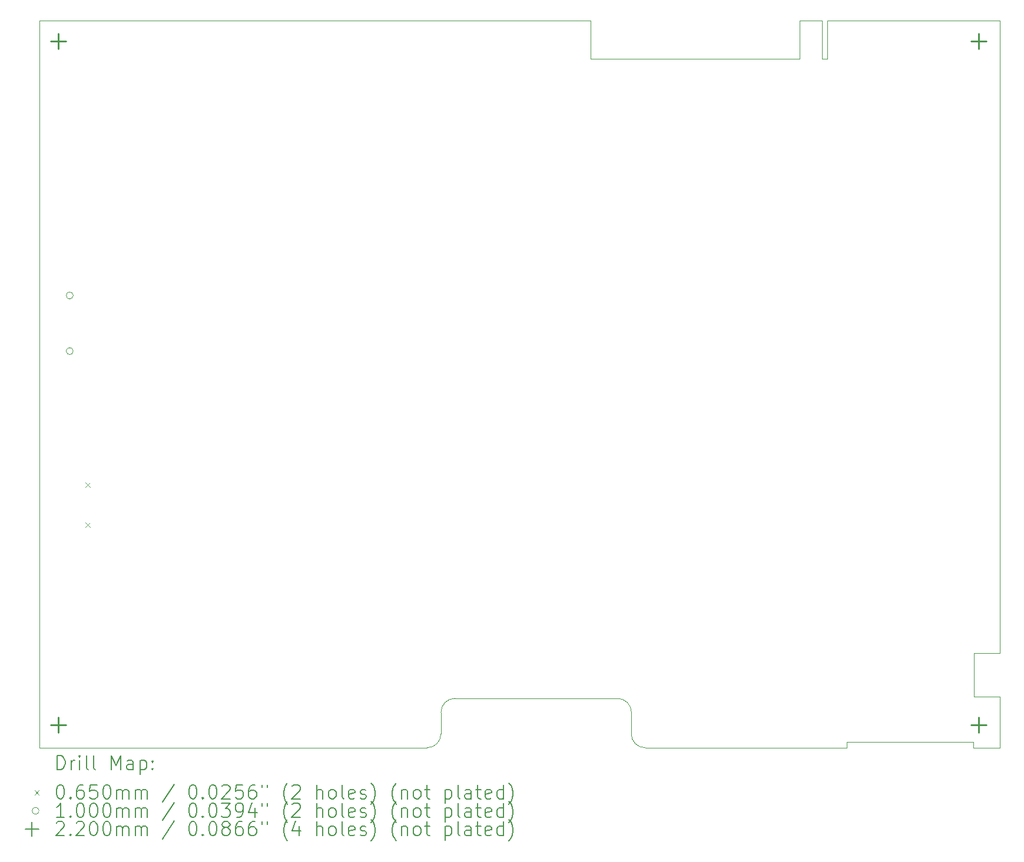
<source format=gbr>
%TF.GenerationSoftware,KiCad,Pcbnew,7.0.9-7.0.9~ubuntu22.04.1*%
%TF.CreationDate,2024-04-13T14:39:48+02:00*%
%TF.ProjectId,v7-kaleido,76372d6b-616c-4656-9964-6f2e6b696361,1.1*%
%TF.SameCoordinates,Original*%
%TF.FileFunction,Drillmap*%
%TF.FilePolarity,Positive*%
%FSLAX45Y45*%
G04 Gerber Fmt 4.5, Leading zero omitted, Abs format (unit mm)*
G04 Created by KiCad (PCBNEW 7.0.9-7.0.9~ubuntu22.04.1) date 2024-04-13 14:39:48*
%MOMM*%
%LPD*%
G01*
G04 APERTURE LIST*
%ADD10C,0.050000*%
%ADD11C,0.200000*%
%ADD12C,0.100000*%
%ADD13C,0.220000*%
G04 APERTURE END LIST*
D10*
X5987950Y-14860600D02*
X5987950Y-4400000D01*
X5987950Y-14860000D02*
X11565000Y-14860000D01*
X19800000Y-4400000D02*
X19800000Y-13500000D01*
X5987950Y-4400000D02*
X13920000Y-4400000D01*
X11965000Y-14150000D02*
G75*
G03*
X11765000Y-14350000I0J-200000D01*
G01*
X17318000Y-4945000D02*
X17240000Y-4945000D01*
X19800000Y-14122000D02*
X19800000Y-14860000D01*
X17240000Y-4945000D02*
X17240000Y-4400000D01*
X19430000Y-13500000D02*
X19430000Y-14123000D01*
X11765000Y-14660289D02*
X11765000Y-14350000D01*
X11565000Y-14860290D02*
G75*
G03*
X11765000Y-14660289I0J200000D01*
G01*
X14501620Y-14660000D02*
G75*
G03*
X14701621Y-14860000I200000J0D01*
G01*
X17318000Y-4400000D02*
X19800000Y-4400000D01*
X13920000Y-4400000D02*
X13920000Y-4945000D01*
X14501621Y-14660289D02*
X14503579Y-14350422D01*
X14701621Y-14860000D02*
X17600000Y-14860000D01*
X14503578Y-14350422D02*
G75*
G03*
X14303579Y-14150422I-199998J2D01*
G01*
X19420000Y-14776000D02*
X17600000Y-14776000D01*
X19430000Y-14123000D02*
X19800000Y-14122000D01*
X19420000Y-14860000D02*
X19800000Y-14860000D01*
X14303579Y-14150000D02*
X11965000Y-14150000D01*
X17318000Y-4945000D02*
X17318000Y-4400000D01*
X16920000Y-4945000D02*
X16920000Y-4400000D01*
X19420000Y-14860000D02*
X19420000Y-14776000D01*
X17600000Y-14776000D02*
X17600000Y-14860000D01*
X19800000Y-13500000D02*
X19430000Y-13500000D01*
X17240000Y-4400000D02*
X16920000Y-4400000D01*
X13920000Y-4945000D02*
X16920000Y-4945000D01*
D11*
D12*
X6651150Y-11042869D02*
X6716150Y-11107869D01*
X6716150Y-11042869D02*
X6651150Y-11107869D01*
X6651150Y-11620869D02*
X6716150Y-11685869D01*
X6716150Y-11620869D02*
X6651150Y-11685869D01*
X6477000Y-8352000D02*
G75*
G03*
X6477000Y-8352000I-50000J0D01*
G01*
X6477000Y-9152000D02*
G75*
G03*
X6477000Y-9152000I-50000J0D01*
G01*
D13*
X6259650Y-14424369D02*
X6259650Y-14644369D01*
X6149650Y-14534369D02*
X6369650Y-14534369D01*
X6267000Y-4581000D02*
X6267000Y-4801000D01*
X6157000Y-4691000D02*
X6377000Y-4691000D01*
X19500000Y-4581000D02*
X19500000Y-4801000D01*
X19390000Y-4691000D02*
X19610000Y-4691000D01*
X19500000Y-14424369D02*
X19500000Y-14644369D01*
X19390000Y-14534369D02*
X19610000Y-14534369D01*
D11*
X6246227Y-15174584D02*
X6246227Y-14974584D01*
X6246227Y-14974584D02*
X6293846Y-14974584D01*
X6293846Y-14974584D02*
X6322417Y-14984108D01*
X6322417Y-14984108D02*
X6341465Y-15003155D01*
X6341465Y-15003155D02*
X6350989Y-15022203D01*
X6350989Y-15022203D02*
X6360512Y-15060298D01*
X6360512Y-15060298D02*
X6360512Y-15088869D01*
X6360512Y-15088869D02*
X6350989Y-15126965D01*
X6350989Y-15126965D02*
X6341465Y-15146012D01*
X6341465Y-15146012D02*
X6322417Y-15165060D01*
X6322417Y-15165060D02*
X6293846Y-15174584D01*
X6293846Y-15174584D02*
X6246227Y-15174584D01*
X6446227Y-15174584D02*
X6446227Y-15041250D01*
X6446227Y-15079346D02*
X6455751Y-15060298D01*
X6455751Y-15060298D02*
X6465274Y-15050774D01*
X6465274Y-15050774D02*
X6484322Y-15041250D01*
X6484322Y-15041250D02*
X6503370Y-15041250D01*
X6570036Y-15174584D02*
X6570036Y-15041250D01*
X6570036Y-14974584D02*
X6560512Y-14984108D01*
X6560512Y-14984108D02*
X6570036Y-14993631D01*
X6570036Y-14993631D02*
X6579560Y-14984108D01*
X6579560Y-14984108D02*
X6570036Y-14974584D01*
X6570036Y-14974584D02*
X6570036Y-14993631D01*
X6693846Y-15174584D02*
X6674798Y-15165060D01*
X6674798Y-15165060D02*
X6665274Y-15146012D01*
X6665274Y-15146012D02*
X6665274Y-14974584D01*
X6798608Y-15174584D02*
X6779560Y-15165060D01*
X6779560Y-15165060D02*
X6770036Y-15146012D01*
X6770036Y-15146012D02*
X6770036Y-14974584D01*
X7027179Y-15174584D02*
X7027179Y-14974584D01*
X7027179Y-14974584D02*
X7093846Y-15117441D01*
X7093846Y-15117441D02*
X7160512Y-14974584D01*
X7160512Y-14974584D02*
X7160512Y-15174584D01*
X7341465Y-15174584D02*
X7341465Y-15069822D01*
X7341465Y-15069822D02*
X7331941Y-15050774D01*
X7331941Y-15050774D02*
X7312893Y-15041250D01*
X7312893Y-15041250D02*
X7274798Y-15041250D01*
X7274798Y-15041250D02*
X7255751Y-15050774D01*
X7341465Y-15165060D02*
X7322417Y-15174584D01*
X7322417Y-15174584D02*
X7274798Y-15174584D01*
X7274798Y-15174584D02*
X7255751Y-15165060D01*
X7255751Y-15165060D02*
X7246227Y-15146012D01*
X7246227Y-15146012D02*
X7246227Y-15126965D01*
X7246227Y-15126965D02*
X7255751Y-15107917D01*
X7255751Y-15107917D02*
X7274798Y-15098393D01*
X7274798Y-15098393D02*
X7322417Y-15098393D01*
X7322417Y-15098393D02*
X7341465Y-15088869D01*
X7436703Y-15041250D02*
X7436703Y-15241250D01*
X7436703Y-15050774D02*
X7455751Y-15041250D01*
X7455751Y-15041250D02*
X7493846Y-15041250D01*
X7493846Y-15041250D02*
X7512893Y-15050774D01*
X7512893Y-15050774D02*
X7522417Y-15060298D01*
X7522417Y-15060298D02*
X7531941Y-15079346D01*
X7531941Y-15079346D02*
X7531941Y-15136488D01*
X7531941Y-15136488D02*
X7522417Y-15155536D01*
X7522417Y-15155536D02*
X7512893Y-15165060D01*
X7512893Y-15165060D02*
X7493846Y-15174584D01*
X7493846Y-15174584D02*
X7455751Y-15174584D01*
X7455751Y-15174584D02*
X7436703Y-15165060D01*
X7617655Y-15155536D02*
X7627179Y-15165060D01*
X7627179Y-15165060D02*
X7617655Y-15174584D01*
X7617655Y-15174584D02*
X7608132Y-15165060D01*
X7608132Y-15165060D02*
X7617655Y-15155536D01*
X7617655Y-15155536D02*
X7617655Y-15174584D01*
X7617655Y-15050774D02*
X7627179Y-15060298D01*
X7627179Y-15060298D02*
X7617655Y-15069822D01*
X7617655Y-15069822D02*
X7608132Y-15060298D01*
X7608132Y-15060298D02*
X7617655Y-15050774D01*
X7617655Y-15050774D02*
X7617655Y-15069822D01*
D12*
X5920450Y-15470600D02*
X5985450Y-15535600D01*
X5985450Y-15470600D02*
X5920450Y-15535600D01*
D11*
X6284322Y-15394584D02*
X6303370Y-15394584D01*
X6303370Y-15394584D02*
X6322417Y-15404108D01*
X6322417Y-15404108D02*
X6331941Y-15413631D01*
X6331941Y-15413631D02*
X6341465Y-15432679D01*
X6341465Y-15432679D02*
X6350989Y-15470774D01*
X6350989Y-15470774D02*
X6350989Y-15518393D01*
X6350989Y-15518393D02*
X6341465Y-15556488D01*
X6341465Y-15556488D02*
X6331941Y-15575536D01*
X6331941Y-15575536D02*
X6322417Y-15585060D01*
X6322417Y-15585060D02*
X6303370Y-15594584D01*
X6303370Y-15594584D02*
X6284322Y-15594584D01*
X6284322Y-15594584D02*
X6265274Y-15585060D01*
X6265274Y-15585060D02*
X6255751Y-15575536D01*
X6255751Y-15575536D02*
X6246227Y-15556488D01*
X6246227Y-15556488D02*
X6236703Y-15518393D01*
X6236703Y-15518393D02*
X6236703Y-15470774D01*
X6236703Y-15470774D02*
X6246227Y-15432679D01*
X6246227Y-15432679D02*
X6255751Y-15413631D01*
X6255751Y-15413631D02*
X6265274Y-15404108D01*
X6265274Y-15404108D02*
X6284322Y-15394584D01*
X6436703Y-15575536D02*
X6446227Y-15585060D01*
X6446227Y-15585060D02*
X6436703Y-15594584D01*
X6436703Y-15594584D02*
X6427179Y-15585060D01*
X6427179Y-15585060D02*
X6436703Y-15575536D01*
X6436703Y-15575536D02*
X6436703Y-15594584D01*
X6617655Y-15394584D02*
X6579560Y-15394584D01*
X6579560Y-15394584D02*
X6560512Y-15404108D01*
X6560512Y-15404108D02*
X6550989Y-15413631D01*
X6550989Y-15413631D02*
X6531941Y-15442203D01*
X6531941Y-15442203D02*
X6522417Y-15480298D01*
X6522417Y-15480298D02*
X6522417Y-15556488D01*
X6522417Y-15556488D02*
X6531941Y-15575536D01*
X6531941Y-15575536D02*
X6541465Y-15585060D01*
X6541465Y-15585060D02*
X6560512Y-15594584D01*
X6560512Y-15594584D02*
X6598608Y-15594584D01*
X6598608Y-15594584D02*
X6617655Y-15585060D01*
X6617655Y-15585060D02*
X6627179Y-15575536D01*
X6627179Y-15575536D02*
X6636703Y-15556488D01*
X6636703Y-15556488D02*
X6636703Y-15508869D01*
X6636703Y-15508869D02*
X6627179Y-15489822D01*
X6627179Y-15489822D02*
X6617655Y-15480298D01*
X6617655Y-15480298D02*
X6598608Y-15470774D01*
X6598608Y-15470774D02*
X6560512Y-15470774D01*
X6560512Y-15470774D02*
X6541465Y-15480298D01*
X6541465Y-15480298D02*
X6531941Y-15489822D01*
X6531941Y-15489822D02*
X6522417Y-15508869D01*
X6817655Y-15394584D02*
X6722417Y-15394584D01*
X6722417Y-15394584D02*
X6712893Y-15489822D01*
X6712893Y-15489822D02*
X6722417Y-15480298D01*
X6722417Y-15480298D02*
X6741465Y-15470774D01*
X6741465Y-15470774D02*
X6789084Y-15470774D01*
X6789084Y-15470774D02*
X6808132Y-15480298D01*
X6808132Y-15480298D02*
X6817655Y-15489822D01*
X6817655Y-15489822D02*
X6827179Y-15508869D01*
X6827179Y-15508869D02*
X6827179Y-15556488D01*
X6827179Y-15556488D02*
X6817655Y-15575536D01*
X6817655Y-15575536D02*
X6808132Y-15585060D01*
X6808132Y-15585060D02*
X6789084Y-15594584D01*
X6789084Y-15594584D02*
X6741465Y-15594584D01*
X6741465Y-15594584D02*
X6722417Y-15585060D01*
X6722417Y-15585060D02*
X6712893Y-15575536D01*
X6950989Y-15394584D02*
X6970036Y-15394584D01*
X6970036Y-15394584D02*
X6989084Y-15404108D01*
X6989084Y-15404108D02*
X6998608Y-15413631D01*
X6998608Y-15413631D02*
X7008132Y-15432679D01*
X7008132Y-15432679D02*
X7017655Y-15470774D01*
X7017655Y-15470774D02*
X7017655Y-15518393D01*
X7017655Y-15518393D02*
X7008132Y-15556488D01*
X7008132Y-15556488D02*
X6998608Y-15575536D01*
X6998608Y-15575536D02*
X6989084Y-15585060D01*
X6989084Y-15585060D02*
X6970036Y-15594584D01*
X6970036Y-15594584D02*
X6950989Y-15594584D01*
X6950989Y-15594584D02*
X6931941Y-15585060D01*
X6931941Y-15585060D02*
X6922417Y-15575536D01*
X6922417Y-15575536D02*
X6912893Y-15556488D01*
X6912893Y-15556488D02*
X6903370Y-15518393D01*
X6903370Y-15518393D02*
X6903370Y-15470774D01*
X6903370Y-15470774D02*
X6912893Y-15432679D01*
X6912893Y-15432679D02*
X6922417Y-15413631D01*
X6922417Y-15413631D02*
X6931941Y-15404108D01*
X6931941Y-15404108D02*
X6950989Y-15394584D01*
X7103370Y-15594584D02*
X7103370Y-15461250D01*
X7103370Y-15480298D02*
X7112893Y-15470774D01*
X7112893Y-15470774D02*
X7131941Y-15461250D01*
X7131941Y-15461250D02*
X7160513Y-15461250D01*
X7160513Y-15461250D02*
X7179560Y-15470774D01*
X7179560Y-15470774D02*
X7189084Y-15489822D01*
X7189084Y-15489822D02*
X7189084Y-15594584D01*
X7189084Y-15489822D02*
X7198608Y-15470774D01*
X7198608Y-15470774D02*
X7217655Y-15461250D01*
X7217655Y-15461250D02*
X7246227Y-15461250D01*
X7246227Y-15461250D02*
X7265274Y-15470774D01*
X7265274Y-15470774D02*
X7274798Y-15489822D01*
X7274798Y-15489822D02*
X7274798Y-15594584D01*
X7370036Y-15594584D02*
X7370036Y-15461250D01*
X7370036Y-15480298D02*
X7379560Y-15470774D01*
X7379560Y-15470774D02*
X7398608Y-15461250D01*
X7398608Y-15461250D02*
X7427179Y-15461250D01*
X7427179Y-15461250D02*
X7446227Y-15470774D01*
X7446227Y-15470774D02*
X7455751Y-15489822D01*
X7455751Y-15489822D02*
X7455751Y-15594584D01*
X7455751Y-15489822D02*
X7465274Y-15470774D01*
X7465274Y-15470774D02*
X7484322Y-15461250D01*
X7484322Y-15461250D02*
X7512893Y-15461250D01*
X7512893Y-15461250D02*
X7531941Y-15470774D01*
X7531941Y-15470774D02*
X7541465Y-15489822D01*
X7541465Y-15489822D02*
X7541465Y-15594584D01*
X7931941Y-15385060D02*
X7760513Y-15642203D01*
X8189084Y-15394584D02*
X8208132Y-15394584D01*
X8208132Y-15394584D02*
X8227179Y-15404108D01*
X8227179Y-15404108D02*
X8236703Y-15413631D01*
X8236703Y-15413631D02*
X8246227Y-15432679D01*
X8246227Y-15432679D02*
X8255751Y-15470774D01*
X8255751Y-15470774D02*
X8255751Y-15518393D01*
X8255751Y-15518393D02*
X8246227Y-15556488D01*
X8246227Y-15556488D02*
X8236703Y-15575536D01*
X8236703Y-15575536D02*
X8227179Y-15585060D01*
X8227179Y-15585060D02*
X8208132Y-15594584D01*
X8208132Y-15594584D02*
X8189084Y-15594584D01*
X8189084Y-15594584D02*
X8170036Y-15585060D01*
X8170036Y-15585060D02*
X8160513Y-15575536D01*
X8160513Y-15575536D02*
X8150989Y-15556488D01*
X8150989Y-15556488D02*
X8141465Y-15518393D01*
X8141465Y-15518393D02*
X8141465Y-15470774D01*
X8141465Y-15470774D02*
X8150989Y-15432679D01*
X8150989Y-15432679D02*
X8160513Y-15413631D01*
X8160513Y-15413631D02*
X8170036Y-15404108D01*
X8170036Y-15404108D02*
X8189084Y-15394584D01*
X8341465Y-15575536D02*
X8350989Y-15585060D01*
X8350989Y-15585060D02*
X8341465Y-15594584D01*
X8341465Y-15594584D02*
X8331941Y-15585060D01*
X8331941Y-15585060D02*
X8341465Y-15575536D01*
X8341465Y-15575536D02*
X8341465Y-15594584D01*
X8474798Y-15394584D02*
X8493846Y-15394584D01*
X8493846Y-15394584D02*
X8512894Y-15404108D01*
X8512894Y-15404108D02*
X8522418Y-15413631D01*
X8522418Y-15413631D02*
X8531941Y-15432679D01*
X8531941Y-15432679D02*
X8541465Y-15470774D01*
X8541465Y-15470774D02*
X8541465Y-15518393D01*
X8541465Y-15518393D02*
X8531941Y-15556488D01*
X8531941Y-15556488D02*
X8522418Y-15575536D01*
X8522418Y-15575536D02*
X8512894Y-15585060D01*
X8512894Y-15585060D02*
X8493846Y-15594584D01*
X8493846Y-15594584D02*
X8474798Y-15594584D01*
X8474798Y-15594584D02*
X8455751Y-15585060D01*
X8455751Y-15585060D02*
X8446227Y-15575536D01*
X8446227Y-15575536D02*
X8436703Y-15556488D01*
X8436703Y-15556488D02*
X8427179Y-15518393D01*
X8427179Y-15518393D02*
X8427179Y-15470774D01*
X8427179Y-15470774D02*
X8436703Y-15432679D01*
X8436703Y-15432679D02*
X8446227Y-15413631D01*
X8446227Y-15413631D02*
X8455751Y-15404108D01*
X8455751Y-15404108D02*
X8474798Y-15394584D01*
X8617656Y-15413631D02*
X8627179Y-15404108D01*
X8627179Y-15404108D02*
X8646227Y-15394584D01*
X8646227Y-15394584D02*
X8693846Y-15394584D01*
X8693846Y-15394584D02*
X8712894Y-15404108D01*
X8712894Y-15404108D02*
X8722418Y-15413631D01*
X8722418Y-15413631D02*
X8731941Y-15432679D01*
X8731941Y-15432679D02*
X8731941Y-15451727D01*
X8731941Y-15451727D02*
X8722418Y-15480298D01*
X8722418Y-15480298D02*
X8608132Y-15594584D01*
X8608132Y-15594584D02*
X8731941Y-15594584D01*
X8912894Y-15394584D02*
X8817656Y-15394584D01*
X8817656Y-15394584D02*
X8808132Y-15489822D01*
X8808132Y-15489822D02*
X8817656Y-15480298D01*
X8817656Y-15480298D02*
X8836703Y-15470774D01*
X8836703Y-15470774D02*
X8884322Y-15470774D01*
X8884322Y-15470774D02*
X8903370Y-15480298D01*
X8903370Y-15480298D02*
X8912894Y-15489822D01*
X8912894Y-15489822D02*
X8922418Y-15508869D01*
X8922418Y-15508869D02*
X8922418Y-15556488D01*
X8922418Y-15556488D02*
X8912894Y-15575536D01*
X8912894Y-15575536D02*
X8903370Y-15585060D01*
X8903370Y-15585060D02*
X8884322Y-15594584D01*
X8884322Y-15594584D02*
X8836703Y-15594584D01*
X8836703Y-15594584D02*
X8817656Y-15585060D01*
X8817656Y-15585060D02*
X8808132Y-15575536D01*
X9093846Y-15394584D02*
X9055751Y-15394584D01*
X9055751Y-15394584D02*
X9036703Y-15404108D01*
X9036703Y-15404108D02*
X9027179Y-15413631D01*
X9027179Y-15413631D02*
X9008132Y-15442203D01*
X9008132Y-15442203D02*
X8998608Y-15480298D01*
X8998608Y-15480298D02*
X8998608Y-15556488D01*
X8998608Y-15556488D02*
X9008132Y-15575536D01*
X9008132Y-15575536D02*
X9017656Y-15585060D01*
X9017656Y-15585060D02*
X9036703Y-15594584D01*
X9036703Y-15594584D02*
X9074799Y-15594584D01*
X9074799Y-15594584D02*
X9093846Y-15585060D01*
X9093846Y-15585060D02*
X9103370Y-15575536D01*
X9103370Y-15575536D02*
X9112894Y-15556488D01*
X9112894Y-15556488D02*
X9112894Y-15508869D01*
X9112894Y-15508869D02*
X9103370Y-15489822D01*
X9103370Y-15489822D02*
X9093846Y-15480298D01*
X9093846Y-15480298D02*
X9074799Y-15470774D01*
X9074799Y-15470774D02*
X9036703Y-15470774D01*
X9036703Y-15470774D02*
X9017656Y-15480298D01*
X9017656Y-15480298D02*
X9008132Y-15489822D01*
X9008132Y-15489822D02*
X8998608Y-15508869D01*
X9189084Y-15394584D02*
X9189084Y-15432679D01*
X9265275Y-15394584D02*
X9265275Y-15432679D01*
X9560513Y-15670774D02*
X9550989Y-15661250D01*
X9550989Y-15661250D02*
X9531941Y-15632679D01*
X9531941Y-15632679D02*
X9522418Y-15613631D01*
X9522418Y-15613631D02*
X9512894Y-15585060D01*
X9512894Y-15585060D02*
X9503370Y-15537441D01*
X9503370Y-15537441D02*
X9503370Y-15499346D01*
X9503370Y-15499346D02*
X9512894Y-15451727D01*
X9512894Y-15451727D02*
X9522418Y-15423155D01*
X9522418Y-15423155D02*
X9531941Y-15404108D01*
X9531941Y-15404108D02*
X9550989Y-15375536D01*
X9550989Y-15375536D02*
X9560513Y-15366012D01*
X9627180Y-15413631D02*
X9636703Y-15404108D01*
X9636703Y-15404108D02*
X9655751Y-15394584D01*
X9655751Y-15394584D02*
X9703370Y-15394584D01*
X9703370Y-15394584D02*
X9722418Y-15404108D01*
X9722418Y-15404108D02*
X9731941Y-15413631D01*
X9731941Y-15413631D02*
X9741465Y-15432679D01*
X9741465Y-15432679D02*
X9741465Y-15451727D01*
X9741465Y-15451727D02*
X9731941Y-15480298D01*
X9731941Y-15480298D02*
X9617656Y-15594584D01*
X9617656Y-15594584D02*
X9741465Y-15594584D01*
X9979561Y-15594584D02*
X9979561Y-15394584D01*
X10065275Y-15594584D02*
X10065275Y-15489822D01*
X10065275Y-15489822D02*
X10055751Y-15470774D01*
X10055751Y-15470774D02*
X10036703Y-15461250D01*
X10036703Y-15461250D02*
X10008132Y-15461250D01*
X10008132Y-15461250D02*
X9989084Y-15470774D01*
X9989084Y-15470774D02*
X9979561Y-15480298D01*
X10189084Y-15594584D02*
X10170037Y-15585060D01*
X10170037Y-15585060D02*
X10160513Y-15575536D01*
X10160513Y-15575536D02*
X10150989Y-15556488D01*
X10150989Y-15556488D02*
X10150989Y-15499346D01*
X10150989Y-15499346D02*
X10160513Y-15480298D01*
X10160513Y-15480298D02*
X10170037Y-15470774D01*
X10170037Y-15470774D02*
X10189084Y-15461250D01*
X10189084Y-15461250D02*
X10217656Y-15461250D01*
X10217656Y-15461250D02*
X10236703Y-15470774D01*
X10236703Y-15470774D02*
X10246227Y-15480298D01*
X10246227Y-15480298D02*
X10255751Y-15499346D01*
X10255751Y-15499346D02*
X10255751Y-15556488D01*
X10255751Y-15556488D02*
X10246227Y-15575536D01*
X10246227Y-15575536D02*
X10236703Y-15585060D01*
X10236703Y-15585060D02*
X10217656Y-15594584D01*
X10217656Y-15594584D02*
X10189084Y-15594584D01*
X10370037Y-15594584D02*
X10350989Y-15585060D01*
X10350989Y-15585060D02*
X10341465Y-15566012D01*
X10341465Y-15566012D02*
X10341465Y-15394584D01*
X10522418Y-15585060D02*
X10503370Y-15594584D01*
X10503370Y-15594584D02*
X10465275Y-15594584D01*
X10465275Y-15594584D02*
X10446227Y-15585060D01*
X10446227Y-15585060D02*
X10436703Y-15566012D01*
X10436703Y-15566012D02*
X10436703Y-15489822D01*
X10436703Y-15489822D02*
X10446227Y-15470774D01*
X10446227Y-15470774D02*
X10465275Y-15461250D01*
X10465275Y-15461250D02*
X10503370Y-15461250D01*
X10503370Y-15461250D02*
X10522418Y-15470774D01*
X10522418Y-15470774D02*
X10531942Y-15489822D01*
X10531942Y-15489822D02*
X10531942Y-15508869D01*
X10531942Y-15508869D02*
X10436703Y-15527917D01*
X10608132Y-15585060D02*
X10627180Y-15594584D01*
X10627180Y-15594584D02*
X10665275Y-15594584D01*
X10665275Y-15594584D02*
X10684323Y-15585060D01*
X10684323Y-15585060D02*
X10693846Y-15566012D01*
X10693846Y-15566012D02*
X10693846Y-15556488D01*
X10693846Y-15556488D02*
X10684323Y-15537441D01*
X10684323Y-15537441D02*
X10665275Y-15527917D01*
X10665275Y-15527917D02*
X10636703Y-15527917D01*
X10636703Y-15527917D02*
X10617656Y-15518393D01*
X10617656Y-15518393D02*
X10608132Y-15499346D01*
X10608132Y-15499346D02*
X10608132Y-15489822D01*
X10608132Y-15489822D02*
X10617656Y-15470774D01*
X10617656Y-15470774D02*
X10636703Y-15461250D01*
X10636703Y-15461250D02*
X10665275Y-15461250D01*
X10665275Y-15461250D02*
X10684323Y-15470774D01*
X10760513Y-15670774D02*
X10770037Y-15661250D01*
X10770037Y-15661250D02*
X10789084Y-15632679D01*
X10789084Y-15632679D02*
X10798608Y-15613631D01*
X10798608Y-15613631D02*
X10808132Y-15585060D01*
X10808132Y-15585060D02*
X10817656Y-15537441D01*
X10817656Y-15537441D02*
X10817656Y-15499346D01*
X10817656Y-15499346D02*
X10808132Y-15451727D01*
X10808132Y-15451727D02*
X10798608Y-15423155D01*
X10798608Y-15423155D02*
X10789084Y-15404108D01*
X10789084Y-15404108D02*
X10770037Y-15375536D01*
X10770037Y-15375536D02*
X10760513Y-15366012D01*
X11122418Y-15670774D02*
X11112894Y-15661250D01*
X11112894Y-15661250D02*
X11093846Y-15632679D01*
X11093846Y-15632679D02*
X11084323Y-15613631D01*
X11084323Y-15613631D02*
X11074799Y-15585060D01*
X11074799Y-15585060D02*
X11065275Y-15537441D01*
X11065275Y-15537441D02*
X11065275Y-15499346D01*
X11065275Y-15499346D02*
X11074799Y-15451727D01*
X11074799Y-15451727D02*
X11084323Y-15423155D01*
X11084323Y-15423155D02*
X11093846Y-15404108D01*
X11093846Y-15404108D02*
X11112894Y-15375536D01*
X11112894Y-15375536D02*
X11122418Y-15366012D01*
X11198608Y-15461250D02*
X11198608Y-15594584D01*
X11198608Y-15480298D02*
X11208132Y-15470774D01*
X11208132Y-15470774D02*
X11227180Y-15461250D01*
X11227180Y-15461250D02*
X11255751Y-15461250D01*
X11255751Y-15461250D02*
X11274799Y-15470774D01*
X11274799Y-15470774D02*
X11284322Y-15489822D01*
X11284322Y-15489822D02*
X11284322Y-15594584D01*
X11408132Y-15594584D02*
X11389084Y-15585060D01*
X11389084Y-15585060D02*
X11379561Y-15575536D01*
X11379561Y-15575536D02*
X11370037Y-15556488D01*
X11370037Y-15556488D02*
X11370037Y-15499346D01*
X11370037Y-15499346D02*
X11379561Y-15480298D01*
X11379561Y-15480298D02*
X11389084Y-15470774D01*
X11389084Y-15470774D02*
X11408132Y-15461250D01*
X11408132Y-15461250D02*
X11436703Y-15461250D01*
X11436703Y-15461250D02*
X11455751Y-15470774D01*
X11455751Y-15470774D02*
X11465275Y-15480298D01*
X11465275Y-15480298D02*
X11474799Y-15499346D01*
X11474799Y-15499346D02*
X11474799Y-15556488D01*
X11474799Y-15556488D02*
X11465275Y-15575536D01*
X11465275Y-15575536D02*
X11455751Y-15585060D01*
X11455751Y-15585060D02*
X11436703Y-15594584D01*
X11436703Y-15594584D02*
X11408132Y-15594584D01*
X11531942Y-15461250D02*
X11608132Y-15461250D01*
X11560513Y-15394584D02*
X11560513Y-15566012D01*
X11560513Y-15566012D02*
X11570037Y-15585060D01*
X11570037Y-15585060D02*
X11589084Y-15594584D01*
X11589084Y-15594584D02*
X11608132Y-15594584D01*
X11827180Y-15461250D02*
X11827180Y-15661250D01*
X11827180Y-15470774D02*
X11846227Y-15461250D01*
X11846227Y-15461250D02*
X11884323Y-15461250D01*
X11884323Y-15461250D02*
X11903370Y-15470774D01*
X11903370Y-15470774D02*
X11912894Y-15480298D01*
X11912894Y-15480298D02*
X11922418Y-15499346D01*
X11922418Y-15499346D02*
X11922418Y-15556488D01*
X11922418Y-15556488D02*
X11912894Y-15575536D01*
X11912894Y-15575536D02*
X11903370Y-15585060D01*
X11903370Y-15585060D02*
X11884323Y-15594584D01*
X11884323Y-15594584D02*
X11846227Y-15594584D01*
X11846227Y-15594584D02*
X11827180Y-15585060D01*
X12036703Y-15594584D02*
X12017656Y-15585060D01*
X12017656Y-15585060D02*
X12008132Y-15566012D01*
X12008132Y-15566012D02*
X12008132Y-15394584D01*
X12198608Y-15594584D02*
X12198608Y-15489822D01*
X12198608Y-15489822D02*
X12189084Y-15470774D01*
X12189084Y-15470774D02*
X12170037Y-15461250D01*
X12170037Y-15461250D02*
X12131942Y-15461250D01*
X12131942Y-15461250D02*
X12112894Y-15470774D01*
X12198608Y-15585060D02*
X12179561Y-15594584D01*
X12179561Y-15594584D02*
X12131942Y-15594584D01*
X12131942Y-15594584D02*
X12112894Y-15585060D01*
X12112894Y-15585060D02*
X12103370Y-15566012D01*
X12103370Y-15566012D02*
X12103370Y-15546965D01*
X12103370Y-15546965D02*
X12112894Y-15527917D01*
X12112894Y-15527917D02*
X12131942Y-15518393D01*
X12131942Y-15518393D02*
X12179561Y-15518393D01*
X12179561Y-15518393D02*
X12198608Y-15508869D01*
X12265275Y-15461250D02*
X12341465Y-15461250D01*
X12293846Y-15394584D02*
X12293846Y-15566012D01*
X12293846Y-15566012D02*
X12303370Y-15585060D01*
X12303370Y-15585060D02*
X12322418Y-15594584D01*
X12322418Y-15594584D02*
X12341465Y-15594584D01*
X12484323Y-15585060D02*
X12465275Y-15594584D01*
X12465275Y-15594584D02*
X12427180Y-15594584D01*
X12427180Y-15594584D02*
X12408132Y-15585060D01*
X12408132Y-15585060D02*
X12398608Y-15566012D01*
X12398608Y-15566012D02*
X12398608Y-15489822D01*
X12398608Y-15489822D02*
X12408132Y-15470774D01*
X12408132Y-15470774D02*
X12427180Y-15461250D01*
X12427180Y-15461250D02*
X12465275Y-15461250D01*
X12465275Y-15461250D02*
X12484323Y-15470774D01*
X12484323Y-15470774D02*
X12493846Y-15489822D01*
X12493846Y-15489822D02*
X12493846Y-15508869D01*
X12493846Y-15508869D02*
X12398608Y-15527917D01*
X12665275Y-15594584D02*
X12665275Y-15394584D01*
X12665275Y-15585060D02*
X12646227Y-15594584D01*
X12646227Y-15594584D02*
X12608132Y-15594584D01*
X12608132Y-15594584D02*
X12589084Y-15585060D01*
X12589084Y-15585060D02*
X12579561Y-15575536D01*
X12579561Y-15575536D02*
X12570037Y-15556488D01*
X12570037Y-15556488D02*
X12570037Y-15499346D01*
X12570037Y-15499346D02*
X12579561Y-15480298D01*
X12579561Y-15480298D02*
X12589084Y-15470774D01*
X12589084Y-15470774D02*
X12608132Y-15461250D01*
X12608132Y-15461250D02*
X12646227Y-15461250D01*
X12646227Y-15461250D02*
X12665275Y-15470774D01*
X12741465Y-15670774D02*
X12750989Y-15661250D01*
X12750989Y-15661250D02*
X12770037Y-15632679D01*
X12770037Y-15632679D02*
X12779561Y-15613631D01*
X12779561Y-15613631D02*
X12789084Y-15585060D01*
X12789084Y-15585060D02*
X12798608Y-15537441D01*
X12798608Y-15537441D02*
X12798608Y-15499346D01*
X12798608Y-15499346D02*
X12789084Y-15451727D01*
X12789084Y-15451727D02*
X12779561Y-15423155D01*
X12779561Y-15423155D02*
X12770037Y-15404108D01*
X12770037Y-15404108D02*
X12750989Y-15375536D01*
X12750989Y-15375536D02*
X12741465Y-15366012D01*
D12*
X5985450Y-15767100D02*
G75*
G03*
X5985450Y-15767100I-50000J0D01*
G01*
D11*
X6350989Y-15858584D02*
X6236703Y-15858584D01*
X6293846Y-15858584D02*
X6293846Y-15658584D01*
X6293846Y-15658584D02*
X6274798Y-15687155D01*
X6274798Y-15687155D02*
X6255751Y-15706203D01*
X6255751Y-15706203D02*
X6236703Y-15715727D01*
X6436703Y-15839536D02*
X6446227Y-15849060D01*
X6446227Y-15849060D02*
X6436703Y-15858584D01*
X6436703Y-15858584D02*
X6427179Y-15849060D01*
X6427179Y-15849060D02*
X6436703Y-15839536D01*
X6436703Y-15839536D02*
X6436703Y-15858584D01*
X6570036Y-15658584D02*
X6589084Y-15658584D01*
X6589084Y-15658584D02*
X6608132Y-15668108D01*
X6608132Y-15668108D02*
X6617655Y-15677631D01*
X6617655Y-15677631D02*
X6627179Y-15696679D01*
X6627179Y-15696679D02*
X6636703Y-15734774D01*
X6636703Y-15734774D02*
X6636703Y-15782393D01*
X6636703Y-15782393D02*
X6627179Y-15820488D01*
X6627179Y-15820488D02*
X6617655Y-15839536D01*
X6617655Y-15839536D02*
X6608132Y-15849060D01*
X6608132Y-15849060D02*
X6589084Y-15858584D01*
X6589084Y-15858584D02*
X6570036Y-15858584D01*
X6570036Y-15858584D02*
X6550989Y-15849060D01*
X6550989Y-15849060D02*
X6541465Y-15839536D01*
X6541465Y-15839536D02*
X6531941Y-15820488D01*
X6531941Y-15820488D02*
X6522417Y-15782393D01*
X6522417Y-15782393D02*
X6522417Y-15734774D01*
X6522417Y-15734774D02*
X6531941Y-15696679D01*
X6531941Y-15696679D02*
X6541465Y-15677631D01*
X6541465Y-15677631D02*
X6550989Y-15668108D01*
X6550989Y-15668108D02*
X6570036Y-15658584D01*
X6760512Y-15658584D02*
X6779560Y-15658584D01*
X6779560Y-15658584D02*
X6798608Y-15668108D01*
X6798608Y-15668108D02*
X6808132Y-15677631D01*
X6808132Y-15677631D02*
X6817655Y-15696679D01*
X6817655Y-15696679D02*
X6827179Y-15734774D01*
X6827179Y-15734774D02*
X6827179Y-15782393D01*
X6827179Y-15782393D02*
X6817655Y-15820488D01*
X6817655Y-15820488D02*
X6808132Y-15839536D01*
X6808132Y-15839536D02*
X6798608Y-15849060D01*
X6798608Y-15849060D02*
X6779560Y-15858584D01*
X6779560Y-15858584D02*
X6760512Y-15858584D01*
X6760512Y-15858584D02*
X6741465Y-15849060D01*
X6741465Y-15849060D02*
X6731941Y-15839536D01*
X6731941Y-15839536D02*
X6722417Y-15820488D01*
X6722417Y-15820488D02*
X6712893Y-15782393D01*
X6712893Y-15782393D02*
X6712893Y-15734774D01*
X6712893Y-15734774D02*
X6722417Y-15696679D01*
X6722417Y-15696679D02*
X6731941Y-15677631D01*
X6731941Y-15677631D02*
X6741465Y-15668108D01*
X6741465Y-15668108D02*
X6760512Y-15658584D01*
X6950989Y-15658584D02*
X6970036Y-15658584D01*
X6970036Y-15658584D02*
X6989084Y-15668108D01*
X6989084Y-15668108D02*
X6998608Y-15677631D01*
X6998608Y-15677631D02*
X7008132Y-15696679D01*
X7008132Y-15696679D02*
X7017655Y-15734774D01*
X7017655Y-15734774D02*
X7017655Y-15782393D01*
X7017655Y-15782393D02*
X7008132Y-15820488D01*
X7008132Y-15820488D02*
X6998608Y-15839536D01*
X6998608Y-15839536D02*
X6989084Y-15849060D01*
X6989084Y-15849060D02*
X6970036Y-15858584D01*
X6970036Y-15858584D02*
X6950989Y-15858584D01*
X6950989Y-15858584D02*
X6931941Y-15849060D01*
X6931941Y-15849060D02*
X6922417Y-15839536D01*
X6922417Y-15839536D02*
X6912893Y-15820488D01*
X6912893Y-15820488D02*
X6903370Y-15782393D01*
X6903370Y-15782393D02*
X6903370Y-15734774D01*
X6903370Y-15734774D02*
X6912893Y-15696679D01*
X6912893Y-15696679D02*
X6922417Y-15677631D01*
X6922417Y-15677631D02*
X6931941Y-15668108D01*
X6931941Y-15668108D02*
X6950989Y-15658584D01*
X7103370Y-15858584D02*
X7103370Y-15725250D01*
X7103370Y-15744298D02*
X7112893Y-15734774D01*
X7112893Y-15734774D02*
X7131941Y-15725250D01*
X7131941Y-15725250D02*
X7160513Y-15725250D01*
X7160513Y-15725250D02*
X7179560Y-15734774D01*
X7179560Y-15734774D02*
X7189084Y-15753822D01*
X7189084Y-15753822D02*
X7189084Y-15858584D01*
X7189084Y-15753822D02*
X7198608Y-15734774D01*
X7198608Y-15734774D02*
X7217655Y-15725250D01*
X7217655Y-15725250D02*
X7246227Y-15725250D01*
X7246227Y-15725250D02*
X7265274Y-15734774D01*
X7265274Y-15734774D02*
X7274798Y-15753822D01*
X7274798Y-15753822D02*
X7274798Y-15858584D01*
X7370036Y-15858584D02*
X7370036Y-15725250D01*
X7370036Y-15744298D02*
X7379560Y-15734774D01*
X7379560Y-15734774D02*
X7398608Y-15725250D01*
X7398608Y-15725250D02*
X7427179Y-15725250D01*
X7427179Y-15725250D02*
X7446227Y-15734774D01*
X7446227Y-15734774D02*
X7455751Y-15753822D01*
X7455751Y-15753822D02*
X7455751Y-15858584D01*
X7455751Y-15753822D02*
X7465274Y-15734774D01*
X7465274Y-15734774D02*
X7484322Y-15725250D01*
X7484322Y-15725250D02*
X7512893Y-15725250D01*
X7512893Y-15725250D02*
X7531941Y-15734774D01*
X7531941Y-15734774D02*
X7541465Y-15753822D01*
X7541465Y-15753822D02*
X7541465Y-15858584D01*
X7931941Y-15649060D02*
X7760513Y-15906203D01*
X8189084Y-15658584D02*
X8208132Y-15658584D01*
X8208132Y-15658584D02*
X8227179Y-15668108D01*
X8227179Y-15668108D02*
X8236703Y-15677631D01*
X8236703Y-15677631D02*
X8246227Y-15696679D01*
X8246227Y-15696679D02*
X8255751Y-15734774D01*
X8255751Y-15734774D02*
X8255751Y-15782393D01*
X8255751Y-15782393D02*
X8246227Y-15820488D01*
X8246227Y-15820488D02*
X8236703Y-15839536D01*
X8236703Y-15839536D02*
X8227179Y-15849060D01*
X8227179Y-15849060D02*
X8208132Y-15858584D01*
X8208132Y-15858584D02*
X8189084Y-15858584D01*
X8189084Y-15858584D02*
X8170036Y-15849060D01*
X8170036Y-15849060D02*
X8160513Y-15839536D01*
X8160513Y-15839536D02*
X8150989Y-15820488D01*
X8150989Y-15820488D02*
X8141465Y-15782393D01*
X8141465Y-15782393D02*
X8141465Y-15734774D01*
X8141465Y-15734774D02*
X8150989Y-15696679D01*
X8150989Y-15696679D02*
X8160513Y-15677631D01*
X8160513Y-15677631D02*
X8170036Y-15668108D01*
X8170036Y-15668108D02*
X8189084Y-15658584D01*
X8341465Y-15839536D02*
X8350989Y-15849060D01*
X8350989Y-15849060D02*
X8341465Y-15858584D01*
X8341465Y-15858584D02*
X8331941Y-15849060D01*
X8331941Y-15849060D02*
X8341465Y-15839536D01*
X8341465Y-15839536D02*
X8341465Y-15858584D01*
X8474798Y-15658584D02*
X8493846Y-15658584D01*
X8493846Y-15658584D02*
X8512894Y-15668108D01*
X8512894Y-15668108D02*
X8522418Y-15677631D01*
X8522418Y-15677631D02*
X8531941Y-15696679D01*
X8531941Y-15696679D02*
X8541465Y-15734774D01*
X8541465Y-15734774D02*
X8541465Y-15782393D01*
X8541465Y-15782393D02*
X8531941Y-15820488D01*
X8531941Y-15820488D02*
X8522418Y-15839536D01*
X8522418Y-15839536D02*
X8512894Y-15849060D01*
X8512894Y-15849060D02*
X8493846Y-15858584D01*
X8493846Y-15858584D02*
X8474798Y-15858584D01*
X8474798Y-15858584D02*
X8455751Y-15849060D01*
X8455751Y-15849060D02*
X8446227Y-15839536D01*
X8446227Y-15839536D02*
X8436703Y-15820488D01*
X8436703Y-15820488D02*
X8427179Y-15782393D01*
X8427179Y-15782393D02*
X8427179Y-15734774D01*
X8427179Y-15734774D02*
X8436703Y-15696679D01*
X8436703Y-15696679D02*
X8446227Y-15677631D01*
X8446227Y-15677631D02*
X8455751Y-15668108D01*
X8455751Y-15668108D02*
X8474798Y-15658584D01*
X8608132Y-15658584D02*
X8731941Y-15658584D01*
X8731941Y-15658584D02*
X8665275Y-15734774D01*
X8665275Y-15734774D02*
X8693846Y-15734774D01*
X8693846Y-15734774D02*
X8712894Y-15744298D01*
X8712894Y-15744298D02*
X8722418Y-15753822D01*
X8722418Y-15753822D02*
X8731941Y-15772869D01*
X8731941Y-15772869D02*
X8731941Y-15820488D01*
X8731941Y-15820488D02*
X8722418Y-15839536D01*
X8722418Y-15839536D02*
X8712894Y-15849060D01*
X8712894Y-15849060D02*
X8693846Y-15858584D01*
X8693846Y-15858584D02*
X8636703Y-15858584D01*
X8636703Y-15858584D02*
X8617656Y-15849060D01*
X8617656Y-15849060D02*
X8608132Y-15839536D01*
X8827179Y-15858584D02*
X8865275Y-15858584D01*
X8865275Y-15858584D02*
X8884322Y-15849060D01*
X8884322Y-15849060D02*
X8893846Y-15839536D01*
X8893846Y-15839536D02*
X8912894Y-15810965D01*
X8912894Y-15810965D02*
X8922418Y-15772869D01*
X8922418Y-15772869D02*
X8922418Y-15696679D01*
X8922418Y-15696679D02*
X8912894Y-15677631D01*
X8912894Y-15677631D02*
X8903370Y-15668108D01*
X8903370Y-15668108D02*
X8884322Y-15658584D01*
X8884322Y-15658584D02*
X8846227Y-15658584D01*
X8846227Y-15658584D02*
X8827179Y-15668108D01*
X8827179Y-15668108D02*
X8817656Y-15677631D01*
X8817656Y-15677631D02*
X8808132Y-15696679D01*
X8808132Y-15696679D02*
X8808132Y-15744298D01*
X8808132Y-15744298D02*
X8817656Y-15763346D01*
X8817656Y-15763346D02*
X8827179Y-15772869D01*
X8827179Y-15772869D02*
X8846227Y-15782393D01*
X8846227Y-15782393D02*
X8884322Y-15782393D01*
X8884322Y-15782393D02*
X8903370Y-15772869D01*
X8903370Y-15772869D02*
X8912894Y-15763346D01*
X8912894Y-15763346D02*
X8922418Y-15744298D01*
X9093846Y-15725250D02*
X9093846Y-15858584D01*
X9046227Y-15649060D02*
X8998608Y-15791917D01*
X8998608Y-15791917D02*
X9122418Y-15791917D01*
X9189084Y-15658584D02*
X9189084Y-15696679D01*
X9265275Y-15658584D02*
X9265275Y-15696679D01*
X9560513Y-15934774D02*
X9550989Y-15925250D01*
X9550989Y-15925250D02*
X9531941Y-15896679D01*
X9531941Y-15896679D02*
X9522418Y-15877631D01*
X9522418Y-15877631D02*
X9512894Y-15849060D01*
X9512894Y-15849060D02*
X9503370Y-15801441D01*
X9503370Y-15801441D02*
X9503370Y-15763346D01*
X9503370Y-15763346D02*
X9512894Y-15715727D01*
X9512894Y-15715727D02*
X9522418Y-15687155D01*
X9522418Y-15687155D02*
X9531941Y-15668108D01*
X9531941Y-15668108D02*
X9550989Y-15639536D01*
X9550989Y-15639536D02*
X9560513Y-15630012D01*
X9627180Y-15677631D02*
X9636703Y-15668108D01*
X9636703Y-15668108D02*
X9655751Y-15658584D01*
X9655751Y-15658584D02*
X9703370Y-15658584D01*
X9703370Y-15658584D02*
X9722418Y-15668108D01*
X9722418Y-15668108D02*
X9731941Y-15677631D01*
X9731941Y-15677631D02*
X9741465Y-15696679D01*
X9741465Y-15696679D02*
X9741465Y-15715727D01*
X9741465Y-15715727D02*
X9731941Y-15744298D01*
X9731941Y-15744298D02*
X9617656Y-15858584D01*
X9617656Y-15858584D02*
X9741465Y-15858584D01*
X9979561Y-15858584D02*
X9979561Y-15658584D01*
X10065275Y-15858584D02*
X10065275Y-15753822D01*
X10065275Y-15753822D02*
X10055751Y-15734774D01*
X10055751Y-15734774D02*
X10036703Y-15725250D01*
X10036703Y-15725250D02*
X10008132Y-15725250D01*
X10008132Y-15725250D02*
X9989084Y-15734774D01*
X9989084Y-15734774D02*
X9979561Y-15744298D01*
X10189084Y-15858584D02*
X10170037Y-15849060D01*
X10170037Y-15849060D02*
X10160513Y-15839536D01*
X10160513Y-15839536D02*
X10150989Y-15820488D01*
X10150989Y-15820488D02*
X10150989Y-15763346D01*
X10150989Y-15763346D02*
X10160513Y-15744298D01*
X10160513Y-15744298D02*
X10170037Y-15734774D01*
X10170037Y-15734774D02*
X10189084Y-15725250D01*
X10189084Y-15725250D02*
X10217656Y-15725250D01*
X10217656Y-15725250D02*
X10236703Y-15734774D01*
X10236703Y-15734774D02*
X10246227Y-15744298D01*
X10246227Y-15744298D02*
X10255751Y-15763346D01*
X10255751Y-15763346D02*
X10255751Y-15820488D01*
X10255751Y-15820488D02*
X10246227Y-15839536D01*
X10246227Y-15839536D02*
X10236703Y-15849060D01*
X10236703Y-15849060D02*
X10217656Y-15858584D01*
X10217656Y-15858584D02*
X10189084Y-15858584D01*
X10370037Y-15858584D02*
X10350989Y-15849060D01*
X10350989Y-15849060D02*
X10341465Y-15830012D01*
X10341465Y-15830012D02*
X10341465Y-15658584D01*
X10522418Y-15849060D02*
X10503370Y-15858584D01*
X10503370Y-15858584D02*
X10465275Y-15858584D01*
X10465275Y-15858584D02*
X10446227Y-15849060D01*
X10446227Y-15849060D02*
X10436703Y-15830012D01*
X10436703Y-15830012D02*
X10436703Y-15753822D01*
X10436703Y-15753822D02*
X10446227Y-15734774D01*
X10446227Y-15734774D02*
X10465275Y-15725250D01*
X10465275Y-15725250D02*
X10503370Y-15725250D01*
X10503370Y-15725250D02*
X10522418Y-15734774D01*
X10522418Y-15734774D02*
X10531942Y-15753822D01*
X10531942Y-15753822D02*
X10531942Y-15772869D01*
X10531942Y-15772869D02*
X10436703Y-15791917D01*
X10608132Y-15849060D02*
X10627180Y-15858584D01*
X10627180Y-15858584D02*
X10665275Y-15858584D01*
X10665275Y-15858584D02*
X10684323Y-15849060D01*
X10684323Y-15849060D02*
X10693846Y-15830012D01*
X10693846Y-15830012D02*
X10693846Y-15820488D01*
X10693846Y-15820488D02*
X10684323Y-15801441D01*
X10684323Y-15801441D02*
X10665275Y-15791917D01*
X10665275Y-15791917D02*
X10636703Y-15791917D01*
X10636703Y-15791917D02*
X10617656Y-15782393D01*
X10617656Y-15782393D02*
X10608132Y-15763346D01*
X10608132Y-15763346D02*
X10608132Y-15753822D01*
X10608132Y-15753822D02*
X10617656Y-15734774D01*
X10617656Y-15734774D02*
X10636703Y-15725250D01*
X10636703Y-15725250D02*
X10665275Y-15725250D01*
X10665275Y-15725250D02*
X10684323Y-15734774D01*
X10760513Y-15934774D02*
X10770037Y-15925250D01*
X10770037Y-15925250D02*
X10789084Y-15896679D01*
X10789084Y-15896679D02*
X10798608Y-15877631D01*
X10798608Y-15877631D02*
X10808132Y-15849060D01*
X10808132Y-15849060D02*
X10817656Y-15801441D01*
X10817656Y-15801441D02*
X10817656Y-15763346D01*
X10817656Y-15763346D02*
X10808132Y-15715727D01*
X10808132Y-15715727D02*
X10798608Y-15687155D01*
X10798608Y-15687155D02*
X10789084Y-15668108D01*
X10789084Y-15668108D02*
X10770037Y-15639536D01*
X10770037Y-15639536D02*
X10760513Y-15630012D01*
X11122418Y-15934774D02*
X11112894Y-15925250D01*
X11112894Y-15925250D02*
X11093846Y-15896679D01*
X11093846Y-15896679D02*
X11084323Y-15877631D01*
X11084323Y-15877631D02*
X11074799Y-15849060D01*
X11074799Y-15849060D02*
X11065275Y-15801441D01*
X11065275Y-15801441D02*
X11065275Y-15763346D01*
X11065275Y-15763346D02*
X11074799Y-15715727D01*
X11074799Y-15715727D02*
X11084323Y-15687155D01*
X11084323Y-15687155D02*
X11093846Y-15668108D01*
X11093846Y-15668108D02*
X11112894Y-15639536D01*
X11112894Y-15639536D02*
X11122418Y-15630012D01*
X11198608Y-15725250D02*
X11198608Y-15858584D01*
X11198608Y-15744298D02*
X11208132Y-15734774D01*
X11208132Y-15734774D02*
X11227180Y-15725250D01*
X11227180Y-15725250D02*
X11255751Y-15725250D01*
X11255751Y-15725250D02*
X11274799Y-15734774D01*
X11274799Y-15734774D02*
X11284322Y-15753822D01*
X11284322Y-15753822D02*
X11284322Y-15858584D01*
X11408132Y-15858584D02*
X11389084Y-15849060D01*
X11389084Y-15849060D02*
X11379561Y-15839536D01*
X11379561Y-15839536D02*
X11370037Y-15820488D01*
X11370037Y-15820488D02*
X11370037Y-15763346D01*
X11370037Y-15763346D02*
X11379561Y-15744298D01*
X11379561Y-15744298D02*
X11389084Y-15734774D01*
X11389084Y-15734774D02*
X11408132Y-15725250D01*
X11408132Y-15725250D02*
X11436703Y-15725250D01*
X11436703Y-15725250D02*
X11455751Y-15734774D01*
X11455751Y-15734774D02*
X11465275Y-15744298D01*
X11465275Y-15744298D02*
X11474799Y-15763346D01*
X11474799Y-15763346D02*
X11474799Y-15820488D01*
X11474799Y-15820488D02*
X11465275Y-15839536D01*
X11465275Y-15839536D02*
X11455751Y-15849060D01*
X11455751Y-15849060D02*
X11436703Y-15858584D01*
X11436703Y-15858584D02*
X11408132Y-15858584D01*
X11531942Y-15725250D02*
X11608132Y-15725250D01*
X11560513Y-15658584D02*
X11560513Y-15830012D01*
X11560513Y-15830012D02*
X11570037Y-15849060D01*
X11570037Y-15849060D02*
X11589084Y-15858584D01*
X11589084Y-15858584D02*
X11608132Y-15858584D01*
X11827180Y-15725250D02*
X11827180Y-15925250D01*
X11827180Y-15734774D02*
X11846227Y-15725250D01*
X11846227Y-15725250D02*
X11884323Y-15725250D01*
X11884323Y-15725250D02*
X11903370Y-15734774D01*
X11903370Y-15734774D02*
X11912894Y-15744298D01*
X11912894Y-15744298D02*
X11922418Y-15763346D01*
X11922418Y-15763346D02*
X11922418Y-15820488D01*
X11922418Y-15820488D02*
X11912894Y-15839536D01*
X11912894Y-15839536D02*
X11903370Y-15849060D01*
X11903370Y-15849060D02*
X11884323Y-15858584D01*
X11884323Y-15858584D02*
X11846227Y-15858584D01*
X11846227Y-15858584D02*
X11827180Y-15849060D01*
X12036703Y-15858584D02*
X12017656Y-15849060D01*
X12017656Y-15849060D02*
X12008132Y-15830012D01*
X12008132Y-15830012D02*
X12008132Y-15658584D01*
X12198608Y-15858584D02*
X12198608Y-15753822D01*
X12198608Y-15753822D02*
X12189084Y-15734774D01*
X12189084Y-15734774D02*
X12170037Y-15725250D01*
X12170037Y-15725250D02*
X12131942Y-15725250D01*
X12131942Y-15725250D02*
X12112894Y-15734774D01*
X12198608Y-15849060D02*
X12179561Y-15858584D01*
X12179561Y-15858584D02*
X12131942Y-15858584D01*
X12131942Y-15858584D02*
X12112894Y-15849060D01*
X12112894Y-15849060D02*
X12103370Y-15830012D01*
X12103370Y-15830012D02*
X12103370Y-15810965D01*
X12103370Y-15810965D02*
X12112894Y-15791917D01*
X12112894Y-15791917D02*
X12131942Y-15782393D01*
X12131942Y-15782393D02*
X12179561Y-15782393D01*
X12179561Y-15782393D02*
X12198608Y-15772869D01*
X12265275Y-15725250D02*
X12341465Y-15725250D01*
X12293846Y-15658584D02*
X12293846Y-15830012D01*
X12293846Y-15830012D02*
X12303370Y-15849060D01*
X12303370Y-15849060D02*
X12322418Y-15858584D01*
X12322418Y-15858584D02*
X12341465Y-15858584D01*
X12484323Y-15849060D02*
X12465275Y-15858584D01*
X12465275Y-15858584D02*
X12427180Y-15858584D01*
X12427180Y-15858584D02*
X12408132Y-15849060D01*
X12408132Y-15849060D02*
X12398608Y-15830012D01*
X12398608Y-15830012D02*
X12398608Y-15753822D01*
X12398608Y-15753822D02*
X12408132Y-15734774D01*
X12408132Y-15734774D02*
X12427180Y-15725250D01*
X12427180Y-15725250D02*
X12465275Y-15725250D01*
X12465275Y-15725250D02*
X12484323Y-15734774D01*
X12484323Y-15734774D02*
X12493846Y-15753822D01*
X12493846Y-15753822D02*
X12493846Y-15772869D01*
X12493846Y-15772869D02*
X12398608Y-15791917D01*
X12665275Y-15858584D02*
X12665275Y-15658584D01*
X12665275Y-15849060D02*
X12646227Y-15858584D01*
X12646227Y-15858584D02*
X12608132Y-15858584D01*
X12608132Y-15858584D02*
X12589084Y-15849060D01*
X12589084Y-15849060D02*
X12579561Y-15839536D01*
X12579561Y-15839536D02*
X12570037Y-15820488D01*
X12570037Y-15820488D02*
X12570037Y-15763346D01*
X12570037Y-15763346D02*
X12579561Y-15744298D01*
X12579561Y-15744298D02*
X12589084Y-15734774D01*
X12589084Y-15734774D02*
X12608132Y-15725250D01*
X12608132Y-15725250D02*
X12646227Y-15725250D01*
X12646227Y-15725250D02*
X12665275Y-15734774D01*
X12741465Y-15934774D02*
X12750989Y-15925250D01*
X12750989Y-15925250D02*
X12770037Y-15896679D01*
X12770037Y-15896679D02*
X12779561Y-15877631D01*
X12779561Y-15877631D02*
X12789084Y-15849060D01*
X12789084Y-15849060D02*
X12798608Y-15801441D01*
X12798608Y-15801441D02*
X12798608Y-15763346D01*
X12798608Y-15763346D02*
X12789084Y-15715727D01*
X12789084Y-15715727D02*
X12779561Y-15687155D01*
X12779561Y-15687155D02*
X12770037Y-15668108D01*
X12770037Y-15668108D02*
X12750989Y-15639536D01*
X12750989Y-15639536D02*
X12741465Y-15630012D01*
X5885450Y-15931100D02*
X5885450Y-16131100D01*
X5785450Y-16031100D02*
X5985450Y-16031100D01*
X6236703Y-15941631D02*
X6246227Y-15932108D01*
X6246227Y-15932108D02*
X6265274Y-15922584D01*
X6265274Y-15922584D02*
X6312893Y-15922584D01*
X6312893Y-15922584D02*
X6331941Y-15932108D01*
X6331941Y-15932108D02*
X6341465Y-15941631D01*
X6341465Y-15941631D02*
X6350989Y-15960679D01*
X6350989Y-15960679D02*
X6350989Y-15979727D01*
X6350989Y-15979727D02*
X6341465Y-16008298D01*
X6341465Y-16008298D02*
X6227179Y-16122584D01*
X6227179Y-16122584D02*
X6350989Y-16122584D01*
X6436703Y-16103536D02*
X6446227Y-16113060D01*
X6446227Y-16113060D02*
X6436703Y-16122584D01*
X6436703Y-16122584D02*
X6427179Y-16113060D01*
X6427179Y-16113060D02*
X6436703Y-16103536D01*
X6436703Y-16103536D02*
X6436703Y-16122584D01*
X6522417Y-15941631D02*
X6531941Y-15932108D01*
X6531941Y-15932108D02*
X6550989Y-15922584D01*
X6550989Y-15922584D02*
X6598608Y-15922584D01*
X6598608Y-15922584D02*
X6617655Y-15932108D01*
X6617655Y-15932108D02*
X6627179Y-15941631D01*
X6627179Y-15941631D02*
X6636703Y-15960679D01*
X6636703Y-15960679D02*
X6636703Y-15979727D01*
X6636703Y-15979727D02*
X6627179Y-16008298D01*
X6627179Y-16008298D02*
X6512893Y-16122584D01*
X6512893Y-16122584D02*
X6636703Y-16122584D01*
X6760512Y-15922584D02*
X6779560Y-15922584D01*
X6779560Y-15922584D02*
X6798608Y-15932108D01*
X6798608Y-15932108D02*
X6808132Y-15941631D01*
X6808132Y-15941631D02*
X6817655Y-15960679D01*
X6817655Y-15960679D02*
X6827179Y-15998774D01*
X6827179Y-15998774D02*
X6827179Y-16046393D01*
X6827179Y-16046393D02*
X6817655Y-16084488D01*
X6817655Y-16084488D02*
X6808132Y-16103536D01*
X6808132Y-16103536D02*
X6798608Y-16113060D01*
X6798608Y-16113060D02*
X6779560Y-16122584D01*
X6779560Y-16122584D02*
X6760512Y-16122584D01*
X6760512Y-16122584D02*
X6741465Y-16113060D01*
X6741465Y-16113060D02*
X6731941Y-16103536D01*
X6731941Y-16103536D02*
X6722417Y-16084488D01*
X6722417Y-16084488D02*
X6712893Y-16046393D01*
X6712893Y-16046393D02*
X6712893Y-15998774D01*
X6712893Y-15998774D02*
X6722417Y-15960679D01*
X6722417Y-15960679D02*
X6731941Y-15941631D01*
X6731941Y-15941631D02*
X6741465Y-15932108D01*
X6741465Y-15932108D02*
X6760512Y-15922584D01*
X6950989Y-15922584D02*
X6970036Y-15922584D01*
X6970036Y-15922584D02*
X6989084Y-15932108D01*
X6989084Y-15932108D02*
X6998608Y-15941631D01*
X6998608Y-15941631D02*
X7008132Y-15960679D01*
X7008132Y-15960679D02*
X7017655Y-15998774D01*
X7017655Y-15998774D02*
X7017655Y-16046393D01*
X7017655Y-16046393D02*
X7008132Y-16084488D01*
X7008132Y-16084488D02*
X6998608Y-16103536D01*
X6998608Y-16103536D02*
X6989084Y-16113060D01*
X6989084Y-16113060D02*
X6970036Y-16122584D01*
X6970036Y-16122584D02*
X6950989Y-16122584D01*
X6950989Y-16122584D02*
X6931941Y-16113060D01*
X6931941Y-16113060D02*
X6922417Y-16103536D01*
X6922417Y-16103536D02*
X6912893Y-16084488D01*
X6912893Y-16084488D02*
X6903370Y-16046393D01*
X6903370Y-16046393D02*
X6903370Y-15998774D01*
X6903370Y-15998774D02*
X6912893Y-15960679D01*
X6912893Y-15960679D02*
X6922417Y-15941631D01*
X6922417Y-15941631D02*
X6931941Y-15932108D01*
X6931941Y-15932108D02*
X6950989Y-15922584D01*
X7103370Y-16122584D02*
X7103370Y-15989250D01*
X7103370Y-16008298D02*
X7112893Y-15998774D01*
X7112893Y-15998774D02*
X7131941Y-15989250D01*
X7131941Y-15989250D02*
X7160513Y-15989250D01*
X7160513Y-15989250D02*
X7179560Y-15998774D01*
X7179560Y-15998774D02*
X7189084Y-16017822D01*
X7189084Y-16017822D02*
X7189084Y-16122584D01*
X7189084Y-16017822D02*
X7198608Y-15998774D01*
X7198608Y-15998774D02*
X7217655Y-15989250D01*
X7217655Y-15989250D02*
X7246227Y-15989250D01*
X7246227Y-15989250D02*
X7265274Y-15998774D01*
X7265274Y-15998774D02*
X7274798Y-16017822D01*
X7274798Y-16017822D02*
X7274798Y-16122584D01*
X7370036Y-16122584D02*
X7370036Y-15989250D01*
X7370036Y-16008298D02*
X7379560Y-15998774D01*
X7379560Y-15998774D02*
X7398608Y-15989250D01*
X7398608Y-15989250D02*
X7427179Y-15989250D01*
X7427179Y-15989250D02*
X7446227Y-15998774D01*
X7446227Y-15998774D02*
X7455751Y-16017822D01*
X7455751Y-16017822D02*
X7455751Y-16122584D01*
X7455751Y-16017822D02*
X7465274Y-15998774D01*
X7465274Y-15998774D02*
X7484322Y-15989250D01*
X7484322Y-15989250D02*
X7512893Y-15989250D01*
X7512893Y-15989250D02*
X7531941Y-15998774D01*
X7531941Y-15998774D02*
X7541465Y-16017822D01*
X7541465Y-16017822D02*
X7541465Y-16122584D01*
X7931941Y-15913060D02*
X7760513Y-16170203D01*
X8189084Y-15922584D02*
X8208132Y-15922584D01*
X8208132Y-15922584D02*
X8227179Y-15932108D01*
X8227179Y-15932108D02*
X8236703Y-15941631D01*
X8236703Y-15941631D02*
X8246227Y-15960679D01*
X8246227Y-15960679D02*
X8255751Y-15998774D01*
X8255751Y-15998774D02*
X8255751Y-16046393D01*
X8255751Y-16046393D02*
X8246227Y-16084488D01*
X8246227Y-16084488D02*
X8236703Y-16103536D01*
X8236703Y-16103536D02*
X8227179Y-16113060D01*
X8227179Y-16113060D02*
X8208132Y-16122584D01*
X8208132Y-16122584D02*
X8189084Y-16122584D01*
X8189084Y-16122584D02*
X8170036Y-16113060D01*
X8170036Y-16113060D02*
X8160513Y-16103536D01*
X8160513Y-16103536D02*
X8150989Y-16084488D01*
X8150989Y-16084488D02*
X8141465Y-16046393D01*
X8141465Y-16046393D02*
X8141465Y-15998774D01*
X8141465Y-15998774D02*
X8150989Y-15960679D01*
X8150989Y-15960679D02*
X8160513Y-15941631D01*
X8160513Y-15941631D02*
X8170036Y-15932108D01*
X8170036Y-15932108D02*
X8189084Y-15922584D01*
X8341465Y-16103536D02*
X8350989Y-16113060D01*
X8350989Y-16113060D02*
X8341465Y-16122584D01*
X8341465Y-16122584D02*
X8331941Y-16113060D01*
X8331941Y-16113060D02*
X8341465Y-16103536D01*
X8341465Y-16103536D02*
X8341465Y-16122584D01*
X8474798Y-15922584D02*
X8493846Y-15922584D01*
X8493846Y-15922584D02*
X8512894Y-15932108D01*
X8512894Y-15932108D02*
X8522418Y-15941631D01*
X8522418Y-15941631D02*
X8531941Y-15960679D01*
X8531941Y-15960679D02*
X8541465Y-15998774D01*
X8541465Y-15998774D02*
X8541465Y-16046393D01*
X8541465Y-16046393D02*
X8531941Y-16084488D01*
X8531941Y-16084488D02*
X8522418Y-16103536D01*
X8522418Y-16103536D02*
X8512894Y-16113060D01*
X8512894Y-16113060D02*
X8493846Y-16122584D01*
X8493846Y-16122584D02*
X8474798Y-16122584D01*
X8474798Y-16122584D02*
X8455751Y-16113060D01*
X8455751Y-16113060D02*
X8446227Y-16103536D01*
X8446227Y-16103536D02*
X8436703Y-16084488D01*
X8436703Y-16084488D02*
X8427179Y-16046393D01*
X8427179Y-16046393D02*
X8427179Y-15998774D01*
X8427179Y-15998774D02*
X8436703Y-15960679D01*
X8436703Y-15960679D02*
X8446227Y-15941631D01*
X8446227Y-15941631D02*
X8455751Y-15932108D01*
X8455751Y-15932108D02*
X8474798Y-15922584D01*
X8655751Y-16008298D02*
X8636703Y-15998774D01*
X8636703Y-15998774D02*
X8627179Y-15989250D01*
X8627179Y-15989250D02*
X8617656Y-15970203D01*
X8617656Y-15970203D02*
X8617656Y-15960679D01*
X8617656Y-15960679D02*
X8627179Y-15941631D01*
X8627179Y-15941631D02*
X8636703Y-15932108D01*
X8636703Y-15932108D02*
X8655751Y-15922584D01*
X8655751Y-15922584D02*
X8693846Y-15922584D01*
X8693846Y-15922584D02*
X8712894Y-15932108D01*
X8712894Y-15932108D02*
X8722418Y-15941631D01*
X8722418Y-15941631D02*
X8731941Y-15960679D01*
X8731941Y-15960679D02*
X8731941Y-15970203D01*
X8731941Y-15970203D02*
X8722418Y-15989250D01*
X8722418Y-15989250D02*
X8712894Y-15998774D01*
X8712894Y-15998774D02*
X8693846Y-16008298D01*
X8693846Y-16008298D02*
X8655751Y-16008298D01*
X8655751Y-16008298D02*
X8636703Y-16017822D01*
X8636703Y-16017822D02*
X8627179Y-16027346D01*
X8627179Y-16027346D02*
X8617656Y-16046393D01*
X8617656Y-16046393D02*
X8617656Y-16084488D01*
X8617656Y-16084488D02*
X8627179Y-16103536D01*
X8627179Y-16103536D02*
X8636703Y-16113060D01*
X8636703Y-16113060D02*
X8655751Y-16122584D01*
X8655751Y-16122584D02*
X8693846Y-16122584D01*
X8693846Y-16122584D02*
X8712894Y-16113060D01*
X8712894Y-16113060D02*
X8722418Y-16103536D01*
X8722418Y-16103536D02*
X8731941Y-16084488D01*
X8731941Y-16084488D02*
X8731941Y-16046393D01*
X8731941Y-16046393D02*
X8722418Y-16027346D01*
X8722418Y-16027346D02*
X8712894Y-16017822D01*
X8712894Y-16017822D02*
X8693846Y-16008298D01*
X8903370Y-15922584D02*
X8865275Y-15922584D01*
X8865275Y-15922584D02*
X8846227Y-15932108D01*
X8846227Y-15932108D02*
X8836703Y-15941631D01*
X8836703Y-15941631D02*
X8817656Y-15970203D01*
X8817656Y-15970203D02*
X8808132Y-16008298D01*
X8808132Y-16008298D02*
X8808132Y-16084488D01*
X8808132Y-16084488D02*
X8817656Y-16103536D01*
X8817656Y-16103536D02*
X8827179Y-16113060D01*
X8827179Y-16113060D02*
X8846227Y-16122584D01*
X8846227Y-16122584D02*
X8884322Y-16122584D01*
X8884322Y-16122584D02*
X8903370Y-16113060D01*
X8903370Y-16113060D02*
X8912894Y-16103536D01*
X8912894Y-16103536D02*
X8922418Y-16084488D01*
X8922418Y-16084488D02*
X8922418Y-16036869D01*
X8922418Y-16036869D02*
X8912894Y-16017822D01*
X8912894Y-16017822D02*
X8903370Y-16008298D01*
X8903370Y-16008298D02*
X8884322Y-15998774D01*
X8884322Y-15998774D02*
X8846227Y-15998774D01*
X8846227Y-15998774D02*
X8827179Y-16008298D01*
X8827179Y-16008298D02*
X8817656Y-16017822D01*
X8817656Y-16017822D02*
X8808132Y-16036869D01*
X9093846Y-15922584D02*
X9055751Y-15922584D01*
X9055751Y-15922584D02*
X9036703Y-15932108D01*
X9036703Y-15932108D02*
X9027179Y-15941631D01*
X9027179Y-15941631D02*
X9008132Y-15970203D01*
X9008132Y-15970203D02*
X8998608Y-16008298D01*
X8998608Y-16008298D02*
X8998608Y-16084488D01*
X8998608Y-16084488D02*
X9008132Y-16103536D01*
X9008132Y-16103536D02*
X9017656Y-16113060D01*
X9017656Y-16113060D02*
X9036703Y-16122584D01*
X9036703Y-16122584D02*
X9074799Y-16122584D01*
X9074799Y-16122584D02*
X9093846Y-16113060D01*
X9093846Y-16113060D02*
X9103370Y-16103536D01*
X9103370Y-16103536D02*
X9112894Y-16084488D01*
X9112894Y-16084488D02*
X9112894Y-16036869D01*
X9112894Y-16036869D02*
X9103370Y-16017822D01*
X9103370Y-16017822D02*
X9093846Y-16008298D01*
X9093846Y-16008298D02*
X9074799Y-15998774D01*
X9074799Y-15998774D02*
X9036703Y-15998774D01*
X9036703Y-15998774D02*
X9017656Y-16008298D01*
X9017656Y-16008298D02*
X9008132Y-16017822D01*
X9008132Y-16017822D02*
X8998608Y-16036869D01*
X9189084Y-15922584D02*
X9189084Y-15960679D01*
X9265275Y-15922584D02*
X9265275Y-15960679D01*
X9560513Y-16198774D02*
X9550989Y-16189250D01*
X9550989Y-16189250D02*
X9531941Y-16160679D01*
X9531941Y-16160679D02*
X9522418Y-16141631D01*
X9522418Y-16141631D02*
X9512894Y-16113060D01*
X9512894Y-16113060D02*
X9503370Y-16065441D01*
X9503370Y-16065441D02*
X9503370Y-16027346D01*
X9503370Y-16027346D02*
X9512894Y-15979727D01*
X9512894Y-15979727D02*
X9522418Y-15951155D01*
X9522418Y-15951155D02*
X9531941Y-15932108D01*
X9531941Y-15932108D02*
X9550989Y-15903536D01*
X9550989Y-15903536D02*
X9560513Y-15894012D01*
X9722418Y-15989250D02*
X9722418Y-16122584D01*
X9674799Y-15913060D02*
X9627180Y-16055917D01*
X9627180Y-16055917D02*
X9750989Y-16055917D01*
X9979561Y-16122584D02*
X9979561Y-15922584D01*
X10065275Y-16122584D02*
X10065275Y-16017822D01*
X10065275Y-16017822D02*
X10055751Y-15998774D01*
X10055751Y-15998774D02*
X10036703Y-15989250D01*
X10036703Y-15989250D02*
X10008132Y-15989250D01*
X10008132Y-15989250D02*
X9989084Y-15998774D01*
X9989084Y-15998774D02*
X9979561Y-16008298D01*
X10189084Y-16122584D02*
X10170037Y-16113060D01*
X10170037Y-16113060D02*
X10160513Y-16103536D01*
X10160513Y-16103536D02*
X10150989Y-16084488D01*
X10150989Y-16084488D02*
X10150989Y-16027346D01*
X10150989Y-16027346D02*
X10160513Y-16008298D01*
X10160513Y-16008298D02*
X10170037Y-15998774D01*
X10170037Y-15998774D02*
X10189084Y-15989250D01*
X10189084Y-15989250D02*
X10217656Y-15989250D01*
X10217656Y-15989250D02*
X10236703Y-15998774D01*
X10236703Y-15998774D02*
X10246227Y-16008298D01*
X10246227Y-16008298D02*
X10255751Y-16027346D01*
X10255751Y-16027346D02*
X10255751Y-16084488D01*
X10255751Y-16084488D02*
X10246227Y-16103536D01*
X10246227Y-16103536D02*
X10236703Y-16113060D01*
X10236703Y-16113060D02*
X10217656Y-16122584D01*
X10217656Y-16122584D02*
X10189084Y-16122584D01*
X10370037Y-16122584D02*
X10350989Y-16113060D01*
X10350989Y-16113060D02*
X10341465Y-16094012D01*
X10341465Y-16094012D02*
X10341465Y-15922584D01*
X10522418Y-16113060D02*
X10503370Y-16122584D01*
X10503370Y-16122584D02*
X10465275Y-16122584D01*
X10465275Y-16122584D02*
X10446227Y-16113060D01*
X10446227Y-16113060D02*
X10436703Y-16094012D01*
X10436703Y-16094012D02*
X10436703Y-16017822D01*
X10436703Y-16017822D02*
X10446227Y-15998774D01*
X10446227Y-15998774D02*
X10465275Y-15989250D01*
X10465275Y-15989250D02*
X10503370Y-15989250D01*
X10503370Y-15989250D02*
X10522418Y-15998774D01*
X10522418Y-15998774D02*
X10531942Y-16017822D01*
X10531942Y-16017822D02*
X10531942Y-16036869D01*
X10531942Y-16036869D02*
X10436703Y-16055917D01*
X10608132Y-16113060D02*
X10627180Y-16122584D01*
X10627180Y-16122584D02*
X10665275Y-16122584D01*
X10665275Y-16122584D02*
X10684323Y-16113060D01*
X10684323Y-16113060D02*
X10693846Y-16094012D01*
X10693846Y-16094012D02*
X10693846Y-16084488D01*
X10693846Y-16084488D02*
X10684323Y-16065441D01*
X10684323Y-16065441D02*
X10665275Y-16055917D01*
X10665275Y-16055917D02*
X10636703Y-16055917D01*
X10636703Y-16055917D02*
X10617656Y-16046393D01*
X10617656Y-16046393D02*
X10608132Y-16027346D01*
X10608132Y-16027346D02*
X10608132Y-16017822D01*
X10608132Y-16017822D02*
X10617656Y-15998774D01*
X10617656Y-15998774D02*
X10636703Y-15989250D01*
X10636703Y-15989250D02*
X10665275Y-15989250D01*
X10665275Y-15989250D02*
X10684323Y-15998774D01*
X10760513Y-16198774D02*
X10770037Y-16189250D01*
X10770037Y-16189250D02*
X10789084Y-16160679D01*
X10789084Y-16160679D02*
X10798608Y-16141631D01*
X10798608Y-16141631D02*
X10808132Y-16113060D01*
X10808132Y-16113060D02*
X10817656Y-16065441D01*
X10817656Y-16065441D02*
X10817656Y-16027346D01*
X10817656Y-16027346D02*
X10808132Y-15979727D01*
X10808132Y-15979727D02*
X10798608Y-15951155D01*
X10798608Y-15951155D02*
X10789084Y-15932108D01*
X10789084Y-15932108D02*
X10770037Y-15903536D01*
X10770037Y-15903536D02*
X10760513Y-15894012D01*
X11122418Y-16198774D02*
X11112894Y-16189250D01*
X11112894Y-16189250D02*
X11093846Y-16160679D01*
X11093846Y-16160679D02*
X11084323Y-16141631D01*
X11084323Y-16141631D02*
X11074799Y-16113060D01*
X11074799Y-16113060D02*
X11065275Y-16065441D01*
X11065275Y-16065441D02*
X11065275Y-16027346D01*
X11065275Y-16027346D02*
X11074799Y-15979727D01*
X11074799Y-15979727D02*
X11084323Y-15951155D01*
X11084323Y-15951155D02*
X11093846Y-15932108D01*
X11093846Y-15932108D02*
X11112894Y-15903536D01*
X11112894Y-15903536D02*
X11122418Y-15894012D01*
X11198608Y-15989250D02*
X11198608Y-16122584D01*
X11198608Y-16008298D02*
X11208132Y-15998774D01*
X11208132Y-15998774D02*
X11227180Y-15989250D01*
X11227180Y-15989250D02*
X11255751Y-15989250D01*
X11255751Y-15989250D02*
X11274799Y-15998774D01*
X11274799Y-15998774D02*
X11284322Y-16017822D01*
X11284322Y-16017822D02*
X11284322Y-16122584D01*
X11408132Y-16122584D02*
X11389084Y-16113060D01*
X11389084Y-16113060D02*
X11379561Y-16103536D01*
X11379561Y-16103536D02*
X11370037Y-16084488D01*
X11370037Y-16084488D02*
X11370037Y-16027346D01*
X11370037Y-16027346D02*
X11379561Y-16008298D01*
X11379561Y-16008298D02*
X11389084Y-15998774D01*
X11389084Y-15998774D02*
X11408132Y-15989250D01*
X11408132Y-15989250D02*
X11436703Y-15989250D01*
X11436703Y-15989250D02*
X11455751Y-15998774D01*
X11455751Y-15998774D02*
X11465275Y-16008298D01*
X11465275Y-16008298D02*
X11474799Y-16027346D01*
X11474799Y-16027346D02*
X11474799Y-16084488D01*
X11474799Y-16084488D02*
X11465275Y-16103536D01*
X11465275Y-16103536D02*
X11455751Y-16113060D01*
X11455751Y-16113060D02*
X11436703Y-16122584D01*
X11436703Y-16122584D02*
X11408132Y-16122584D01*
X11531942Y-15989250D02*
X11608132Y-15989250D01*
X11560513Y-15922584D02*
X11560513Y-16094012D01*
X11560513Y-16094012D02*
X11570037Y-16113060D01*
X11570037Y-16113060D02*
X11589084Y-16122584D01*
X11589084Y-16122584D02*
X11608132Y-16122584D01*
X11827180Y-15989250D02*
X11827180Y-16189250D01*
X11827180Y-15998774D02*
X11846227Y-15989250D01*
X11846227Y-15989250D02*
X11884323Y-15989250D01*
X11884323Y-15989250D02*
X11903370Y-15998774D01*
X11903370Y-15998774D02*
X11912894Y-16008298D01*
X11912894Y-16008298D02*
X11922418Y-16027346D01*
X11922418Y-16027346D02*
X11922418Y-16084488D01*
X11922418Y-16084488D02*
X11912894Y-16103536D01*
X11912894Y-16103536D02*
X11903370Y-16113060D01*
X11903370Y-16113060D02*
X11884323Y-16122584D01*
X11884323Y-16122584D02*
X11846227Y-16122584D01*
X11846227Y-16122584D02*
X11827180Y-16113060D01*
X12036703Y-16122584D02*
X12017656Y-16113060D01*
X12017656Y-16113060D02*
X12008132Y-16094012D01*
X12008132Y-16094012D02*
X12008132Y-15922584D01*
X12198608Y-16122584D02*
X12198608Y-16017822D01*
X12198608Y-16017822D02*
X12189084Y-15998774D01*
X12189084Y-15998774D02*
X12170037Y-15989250D01*
X12170037Y-15989250D02*
X12131942Y-15989250D01*
X12131942Y-15989250D02*
X12112894Y-15998774D01*
X12198608Y-16113060D02*
X12179561Y-16122584D01*
X12179561Y-16122584D02*
X12131942Y-16122584D01*
X12131942Y-16122584D02*
X12112894Y-16113060D01*
X12112894Y-16113060D02*
X12103370Y-16094012D01*
X12103370Y-16094012D02*
X12103370Y-16074965D01*
X12103370Y-16074965D02*
X12112894Y-16055917D01*
X12112894Y-16055917D02*
X12131942Y-16046393D01*
X12131942Y-16046393D02*
X12179561Y-16046393D01*
X12179561Y-16046393D02*
X12198608Y-16036869D01*
X12265275Y-15989250D02*
X12341465Y-15989250D01*
X12293846Y-15922584D02*
X12293846Y-16094012D01*
X12293846Y-16094012D02*
X12303370Y-16113060D01*
X12303370Y-16113060D02*
X12322418Y-16122584D01*
X12322418Y-16122584D02*
X12341465Y-16122584D01*
X12484323Y-16113060D02*
X12465275Y-16122584D01*
X12465275Y-16122584D02*
X12427180Y-16122584D01*
X12427180Y-16122584D02*
X12408132Y-16113060D01*
X12408132Y-16113060D02*
X12398608Y-16094012D01*
X12398608Y-16094012D02*
X12398608Y-16017822D01*
X12398608Y-16017822D02*
X12408132Y-15998774D01*
X12408132Y-15998774D02*
X12427180Y-15989250D01*
X12427180Y-15989250D02*
X12465275Y-15989250D01*
X12465275Y-15989250D02*
X12484323Y-15998774D01*
X12484323Y-15998774D02*
X12493846Y-16017822D01*
X12493846Y-16017822D02*
X12493846Y-16036869D01*
X12493846Y-16036869D02*
X12398608Y-16055917D01*
X12665275Y-16122584D02*
X12665275Y-15922584D01*
X12665275Y-16113060D02*
X12646227Y-16122584D01*
X12646227Y-16122584D02*
X12608132Y-16122584D01*
X12608132Y-16122584D02*
X12589084Y-16113060D01*
X12589084Y-16113060D02*
X12579561Y-16103536D01*
X12579561Y-16103536D02*
X12570037Y-16084488D01*
X12570037Y-16084488D02*
X12570037Y-16027346D01*
X12570037Y-16027346D02*
X12579561Y-16008298D01*
X12579561Y-16008298D02*
X12589084Y-15998774D01*
X12589084Y-15998774D02*
X12608132Y-15989250D01*
X12608132Y-15989250D02*
X12646227Y-15989250D01*
X12646227Y-15989250D02*
X12665275Y-15998774D01*
X12741465Y-16198774D02*
X12750989Y-16189250D01*
X12750989Y-16189250D02*
X12770037Y-16160679D01*
X12770037Y-16160679D02*
X12779561Y-16141631D01*
X12779561Y-16141631D02*
X12789084Y-16113060D01*
X12789084Y-16113060D02*
X12798608Y-16065441D01*
X12798608Y-16065441D02*
X12798608Y-16027346D01*
X12798608Y-16027346D02*
X12789084Y-15979727D01*
X12789084Y-15979727D02*
X12779561Y-15951155D01*
X12779561Y-15951155D02*
X12770037Y-15932108D01*
X12770037Y-15932108D02*
X12750989Y-15903536D01*
X12750989Y-15903536D02*
X12741465Y-15894012D01*
M02*

</source>
